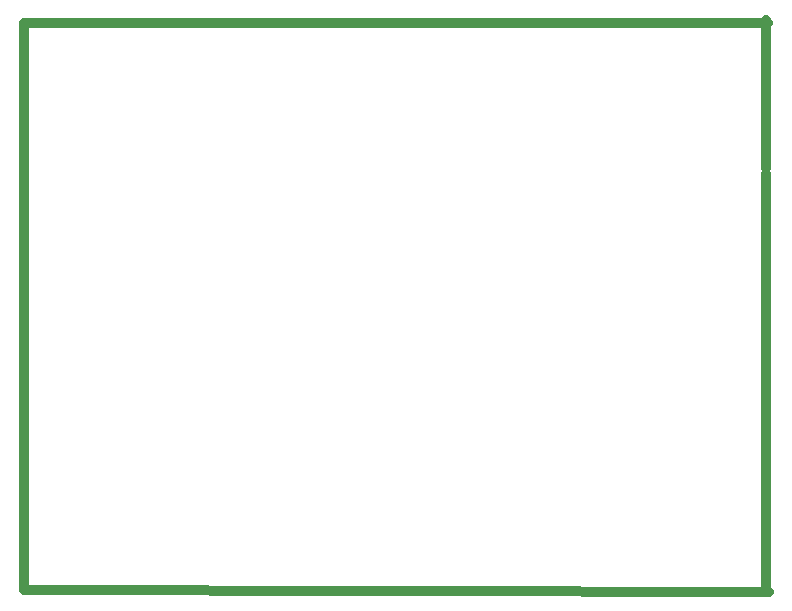
<source format=gko>
G04*
G04 #@! TF.GenerationSoftware,Altium Limited,Altium Designer,23.10.1 (27)*
G04*
G04 Layer_Color=16711935*
%FSLAX44Y44*%
%MOMM*%
G71*
G04*
G04 #@! TF.SameCoordinates,EDDF8714-B4F6-4BBB-B34A-9CA9A18AB3C3*
G04*
G04*
G04 #@! TF.FilePolarity,Positive*
G04*
G01*
G75*
%ADD51C,0.8128*%
D51*
X1524Y37873D02*
X632212Y36823D01*
X629920Y134365D02*
X629920Y39480D01*
X1524Y518414D02*
X631952D01*
X629920Y395308D02*
Y521208D01*
X629920Y133095D02*
Y390482D01*
X1524Y37873D02*
Y518414D01*
M02*

</source>
